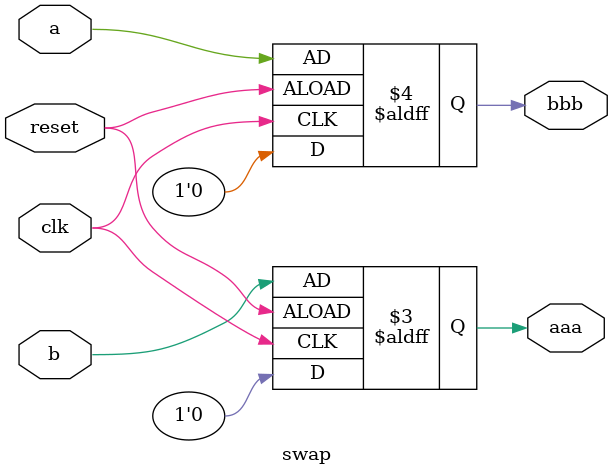
<source format=v>
module swap (
output reg aaa,bbb,
input wire a,b,
input reset,clk

);

  always @ (negedge reset or posedge clk) begin
  if (reset==1'b1) begin
    aaa<=1'b0;
    bbb<=1'b0;
  end
	else 
      begin
      aaa<=b;
      bbb<=a;
      end
end
  
endmodule

</source>
